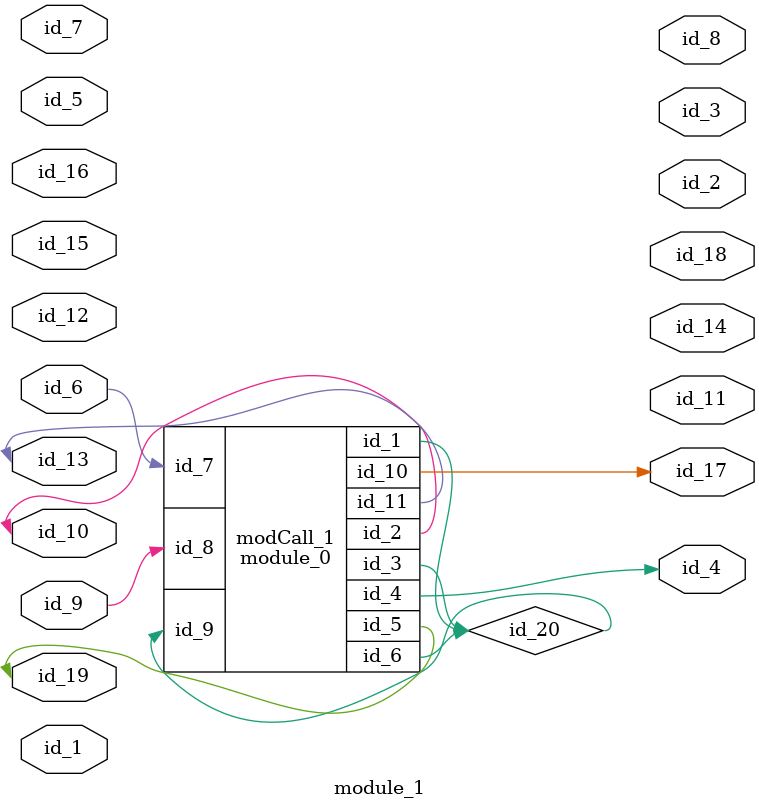
<source format=v>
module module_0 (
    id_1,
    id_2,
    id_3,
    id_4,
    id_5,
    id_6,
    id_7,
    id_8,
    id_9,
    id_10,
    id_11
);
  inout wire id_11;
  output wire id_10;
  input wire id_9;
  input wire id_8;
  input wire id_7;
  output wire id_6;
  inout wire id_5;
  output wire id_4;
  output wire id_3;
  output wire id_2;
  inout wire id_1;
  int id_12 (
      .id_0(-1'b0),
      .id_1($realtime)
  );
  wire id_13 = id_11;
  wire id_14;
  wire id_15;
endmodule
module module_1 (
    id_1,
    id_2,
    id_3,
    id_4,
    id_5,
    id_6,
    id_7,
    id_8,
    id_9,
    id_10,
    id_11,
    id_12,
    id_13,
    id_14,
    id_15,
    id_16,
    id_17,
    id_18,
    id_19
);
  inout wire id_19;
  output wire id_18;
  output wire id_17;
  inout wire id_16;
  input wire id_15;
  output wire id_14;
  inout wire id_13;
  input wire id_12;
  output wire id_11;
  inout wire id_10;
  input wire id_9;
  output wire id_8;
  inout wire id_7;
  input wire id_6;
  inout wire id_5;
  output wire id_4;
  output wire id_3;
  output wire id_2;
  inout wire id_1;
  wire id_20;
  module_0 modCall_1 (
      id_20,
      id_10,
      id_20,
      id_4,
      id_19,
      id_20,
      id_6,
      id_9,
      id_20,
      id_17,
      id_13
  );
  wire id_21, id_22, id_23, id_24, id_25, id_26, id_27, id_28, id_29;
  wire id_30;
  wire id_31;
  wire id_32 = id_24;
endmodule

</source>
